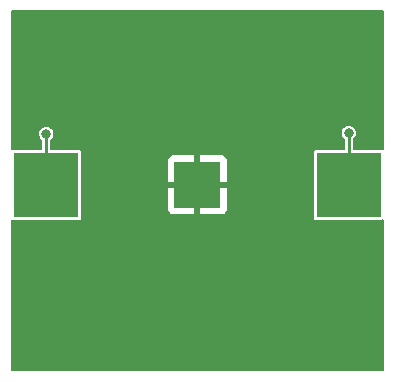
<source format=gbr>
%TF.GenerationSoftware,KiCad,Pcbnew,(6.0.7)*%
%TF.CreationDate,2023-01-27T00:41:06-05:00*%
%TF.ProjectId,GettingToBlinky5.0,47657474-696e-4675-946f-426c696e6b79,rev?*%
%TF.SameCoordinates,Original*%
%TF.FileFunction,Copper,L2,Bot*%
%TF.FilePolarity,Positive*%
%FSLAX46Y46*%
G04 Gerber Fmt 4.6, Leading zero omitted, Abs format (unit mm)*
G04 Created by KiCad (PCBNEW (6.0.7)) date 2023-01-27 00:41:06*
%MOMM*%
%LPD*%
G01*
G04 APERTURE LIST*
%TA.AperFunction,SMDPad,CuDef*%
%ADD10R,5.500000X5.500000*%
%TD*%
%TA.AperFunction,SMDPad,CuDef*%
%ADD11R,4.000000X4.000000*%
%TD*%
%TA.AperFunction,ViaPad*%
%ADD12C,0.800000*%
%TD*%
%TA.AperFunction,Conductor*%
%ADD13C,0.250000*%
%TD*%
G04 APERTURE END LIST*
D10*
%TO.P,BT1,1,+*%
%TO.N,/VDD*%
X159800000Y-88000000D03*
X134200000Y-88000000D03*
D11*
%TO.P,BT1,2,-*%
%TO.N,GND*%
X147000000Y-88000000D03*
%TD*%
D12*
%TO.N,/VDD*%
X134200000Y-83700000D03*
X159800000Y-83600000D03*
%TO.N,GND*%
X144600000Y-84000000D03*
X140000000Y-97000000D03*
X140000000Y-83000000D03*
%TD*%
D13*
%TO.N,/VDD*%
X134200000Y-88000000D02*
X134200000Y-83700000D01*
X159800000Y-88000000D02*
X159800000Y-83600000D01*
%TD*%
%TA.AperFunction,Conductor*%
%TO.N,GND*%
G36*
X162742539Y-73220185D02*
G01*
X162788294Y-73272989D01*
X162799500Y-73324500D01*
X162799500Y-84949075D01*
X162779815Y-85016114D01*
X162727011Y-85061869D01*
X162657853Y-85071813D01*
X162634714Y-85065465D01*
X162628231Y-85061133D01*
X162616255Y-85058751D01*
X162616253Y-85058750D01*
X162597674Y-85055055D01*
X162569748Y-85049500D01*
X160249500Y-85049500D01*
X160182461Y-85029815D01*
X160136706Y-84977011D01*
X160125500Y-84925500D01*
X160125500Y-84168299D01*
X160145185Y-84101260D01*
X160174014Y-84069923D01*
X160221835Y-84033229D01*
X160228282Y-84028282D01*
X160324536Y-83902841D01*
X160385044Y-83756762D01*
X160405682Y-83600000D01*
X160385044Y-83443238D01*
X160369068Y-83404667D01*
X160327646Y-83304667D01*
X160324536Y-83297159D01*
X160228282Y-83171718D01*
X160102841Y-83075464D01*
X160095333Y-83072354D01*
X159964271Y-83018066D01*
X159964269Y-83018065D01*
X159956762Y-83014956D01*
X159800000Y-82994318D01*
X159643238Y-83014956D01*
X159635731Y-83018065D01*
X159635729Y-83018066D01*
X159504667Y-83072354D01*
X159497159Y-83075464D01*
X159371718Y-83171718D01*
X159275464Y-83297159D01*
X159272354Y-83304667D01*
X159230933Y-83404667D01*
X159214956Y-83443238D01*
X159194318Y-83600000D01*
X159214956Y-83756762D01*
X159275464Y-83902841D01*
X159371718Y-84028282D01*
X159378165Y-84033229D01*
X159425986Y-84069923D01*
X159467189Y-84126351D01*
X159474500Y-84168299D01*
X159474500Y-84925500D01*
X159454815Y-84992539D01*
X159402011Y-85038294D01*
X159350500Y-85049500D01*
X157030252Y-85049500D01*
X157002326Y-85055055D01*
X156983747Y-85058750D01*
X156983745Y-85058751D01*
X156971769Y-85061133D01*
X156905448Y-85105448D01*
X156861133Y-85171769D01*
X156849500Y-85230252D01*
X156849500Y-90769748D01*
X156861133Y-90828231D01*
X156905448Y-90894552D01*
X156971769Y-90938867D01*
X156983745Y-90941249D01*
X156983747Y-90941250D01*
X157002326Y-90944945D01*
X157030252Y-90950500D01*
X162569748Y-90950500D01*
X162597674Y-90944945D01*
X162616253Y-90941250D01*
X162616255Y-90941249D01*
X162628231Y-90938867D01*
X162632730Y-90935861D01*
X162697518Y-90928895D01*
X162759997Y-90960171D01*
X162795648Y-91020260D01*
X162799500Y-91050925D01*
X162799500Y-103675500D01*
X162779815Y-103742539D01*
X162727011Y-103788294D01*
X162675500Y-103799500D01*
X131324500Y-103799500D01*
X131257461Y-103779815D01*
X131211706Y-103727011D01*
X131200500Y-103675500D01*
X131200500Y-91050925D01*
X131220185Y-90983886D01*
X131272989Y-90938131D01*
X131342147Y-90928187D01*
X131365286Y-90934535D01*
X131371769Y-90938867D01*
X131383745Y-90941249D01*
X131383747Y-90941250D01*
X131402326Y-90944945D01*
X131430252Y-90950500D01*
X136969748Y-90950500D01*
X136997674Y-90944945D01*
X137016253Y-90941250D01*
X137016255Y-90941249D01*
X137028231Y-90938867D01*
X137094552Y-90894552D01*
X137138867Y-90828231D01*
X137150500Y-90769748D01*
X137150500Y-90044726D01*
X144492001Y-90044726D01*
X144492364Y-90051431D01*
X144497908Y-90102477D01*
X144501478Y-90117488D01*
X144546727Y-90238190D01*
X144555126Y-90253532D01*
X144631798Y-90355835D01*
X144644165Y-90368202D01*
X144746468Y-90444874D01*
X144761810Y-90453273D01*
X144882515Y-90498524D01*
X144897518Y-90502091D01*
X144948573Y-90507637D01*
X144955271Y-90508000D01*
X146728170Y-90508000D01*
X146743169Y-90503596D01*
X146744356Y-90502226D01*
X146746000Y-90494668D01*
X146746000Y-90490169D01*
X147254000Y-90490169D01*
X147258404Y-90505168D01*
X147259774Y-90506355D01*
X147267332Y-90507999D01*
X149044726Y-90507999D01*
X149051431Y-90507636D01*
X149102477Y-90502092D01*
X149117488Y-90498522D01*
X149238190Y-90453273D01*
X149253532Y-90444874D01*
X149355835Y-90368202D01*
X149368202Y-90355835D01*
X149444874Y-90253532D01*
X149453273Y-90238190D01*
X149498524Y-90117485D01*
X149502091Y-90102482D01*
X149507637Y-90051427D01*
X149508000Y-90044729D01*
X149508000Y-88271830D01*
X149503596Y-88256831D01*
X149502226Y-88255644D01*
X149494668Y-88254000D01*
X147271830Y-88254000D01*
X147256831Y-88258404D01*
X147255644Y-88259774D01*
X147254000Y-88267332D01*
X147254000Y-90490169D01*
X146746000Y-90490169D01*
X146746000Y-88271830D01*
X146741596Y-88256831D01*
X146740226Y-88255644D01*
X146732668Y-88254000D01*
X144509831Y-88254000D01*
X144494832Y-88258404D01*
X144493645Y-88259774D01*
X144492001Y-88267332D01*
X144492001Y-90044726D01*
X137150500Y-90044726D01*
X137150500Y-87728170D01*
X144492000Y-87728170D01*
X144496404Y-87743169D01*
X144497774Y-87744356D01*
X144505332Y-87746000D01*
X146728170Y-87746000D01*
X146743169Y-87741596D01*
X146744356Y-87740226D01*
X146746000Y-87732668D01*
X146746000Y-87728170D01*
X147254000Y-87728170D01*
X147258404Y-87743169D01*
X147259774Y-87744356D01*
X147267332Y-87746000D01*
X149490169Y-87746000D01*
X149505168Y-87741596D01*
X149506355Y-87740226D01*
X149507999Y-87732668D01*
X149507999Y-85955274D01*
X149507636Y-85948569D01*
X149502092Y-85897523D01*
X149498522Y-85882512D01*
X149453273Y-85761810D01*
X149444874Y-85746468D01*
X149368202Y-85644165D01*
X149355835Y-85631798D01*
X149253532Y-85555126D01*
X149238190Y-85546727D01*
X149117485Y-85501476D01*
X149102482Y-85497909D01*
X149051427Y-85492363D01*
X149044729Y-85492000D01*
X147271830Y-85492000D01*
X147256831Y-85496404D01*
X147255644Y-85497774D01*
X147254000Y-85505332D01*
X147254000Y-87728170D01*
X146746000Y-87728170D01*
X146746000Y-85509831D01*
X146741596Y-85494832D01*
X146740226Y-85493645D01*
X146732668Y-85492001D01*
X144955274Y-85492001D01*
X144948569Y-85492364D01*
X144897523Y-85497908D01*
X144882512Y-85501478D01*
X144761810Y-85546727D01*
X144746468Y-85555126D01*
X144644165Y-85631798D01*
X144631798Y-85644165D01*
X144555126Y-85746468D01*
X144546727Y-85761810D01*
X144501476Y-85882515D01*
X144497909Y-85897518D01*
X144492363Y-85948573D01*
X144492000Y-85955271D01*
X144492000Y-87728170D01*
X137150500Y-87728170D01*
X137150500Y-85230252D01*
X137138867Y-85171769D01*
X137094552Y-85105448D01*
X137028231Y-85061133D01*
X137016255Y-85058751D01*
X137016253Y-85058750D01*
X136997674Y-85055055D01*
X136969748Y-85049500D01*
X134649500Y-85049500D01*
X134582461Y-85029815D01*
X134536706Y-84977011D01*
X134525500Y-84925500D01*
X134525500Y-84268299D01*
X134545185Y-84201260D01*
X134574014Y-84169923D01*
X134576131Y-84168299D01*
X134628282Y-84128282D01*
X134724536Y-84002841D01*
X134763287Y-83909288D01*
X134781934Y-83864271D01*
X134781935Y-83864269D01*
X134785044Y-83856762D01*
X134805682Y-83700000D01*
X134785044Y-83543238D01*
X134724536Y-83397159D01*
X134628282Y-83271718D01*
X134502841Y-83175464D01*
X134495333Y-83172354D01*
X134364271Y-83118066D01*
X134364269Y-83118065D01*
X134356762Y-83114956D01*
X134200000Y-83094318D01*
X134043238Y-83114956D01*
X134035731Y-83118065D01*
X134035729Y-83118066D01*
X133904667Y-83172354D01*
X133897159Y-83175464D01*
X133771718Y-83271718D01*
X133675464Y-83397159D01*
X133614956Y-83543238D01*
X133594318Y-83700000D01*
X133614956Y-83856762D01*
X133618065Y-83864269D01*
X133618066Y-83864271D01*
X133636713Y-83909288D01*
X133675464Y-84002841D01*
X133771718Y-84128282D01*
X133823870Y-84168299D01*
X133825986Y-84169923D01*
X133867189Y-84226351D01*
X133874500Y-84268299D01*
X133874500Y-84925500D01*
X133854815Y-84992539D01*
X133802011Y-85038294D01*
X133750500Y-85049500D01*
X131430252Y-85049500D01*
X131402326Y-85055055D01*
X131383747Y-85058750D01*
X131383745Y-85058751D01*
X131371769Y-85061133D01*
X131367270Y-85064139D01*
X131302482Y-85071105D01*
X131240003Y-85039829D01*
X131204352Y-84979740D01*
X131200500Y-84949075D01*
X131200500Y-73324500D01*
X131220185Y-73257461D01*
X131272989Y-73211706D01*
X131324500Y-73200500D01*
X162675500Y-73200500D01*
X162742539Y-73220185D01*
G37*
%TD.AperFunction*%
%TD*%
M02*

</source>
